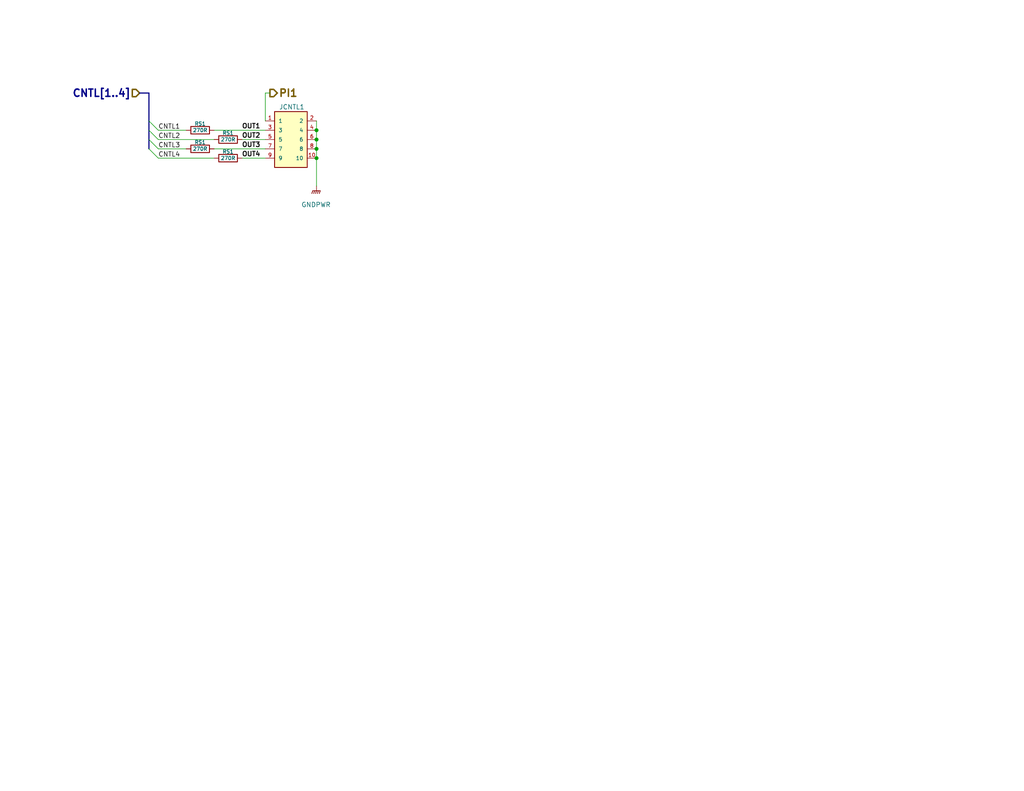
<source format=kicad_sch>
(kicad_sch (version 20230121) (generator eeschema)

  (uuid 8dd3eec2-f0a9-48ba-9fdb-31686bd60e1e)

  (paper "USLetter")

  (title_block
    (title "Pico W 2X SSR Control")
    (date "2023-03-15")
    (rev "0.0.2")
    (company "Michael Cummings")
    (comment 1 "https://ohwr.org/project/cernohl/wikis/Documents/CERN-OHL-version-2")
    (comment 2 "Hardware License: CERN-OHL-W")
    (comment 3 "https://creativecommons.org/licenses/by-sa/4.0/")
    (comment 4 "License: CC By SA 4.0")
  )

  (lib_symbols
    (symbol "Device:R" (pin_numbers hide) (pin_names (offset 0)) (in_bom yes) (on_board yes)
      (property "Reference" "R" (at 2.032 0 90)
        (effects (font (size 1.27 1.27)))
      )
      (property "Value" "R" (at 0 0 90)
        (effects (font (size 1.27 1.27)))
      )
      (property "Footprint" "" (at -1.778 0 90)
        (effects (font (size 1.27 1.27)) hide)
      )
      (property "Datasheet" "~" (at 0 0 0)
        (effects (font (size 1.27 1.27)) hide)
      )
      (property "ki_keywords" "R res resistor" (at 0 0 0)
        (effects (font (size 1.27 1.27)) hide)
      )
      (property "ki_description" "Resistor" (at 0 0 0)
        (effects (font (size 1.27 1.27)) hide)
      )
      (property "ki_fp_filters" "R_*" (at 0 0 0)
        (effects (font (size 1.27 1.27)) hide)
      )
      (symbol "R_0_1"
        (rectangle (start -1.016 -2.54) (end 1.016 2.54)
          (stroke (width 0.254) (type default))
          (fill (type none))
        )
      )
      (symbol "R_1_1"
        (pin passive line (at 0 3.81 270) (length 1.27)
          (name "~" (effects (font (size 1.27 1.27))))
          (number "1" (effects (font (size 1.27 1.27))))
        )
        (pin passive line (at 0 -3.81 90) (length 1.27)
          (name "~" (effects (font (size 1.27 1.27))))
          (number "2" (effects (font (size 1.27 1.27))))
        )
      )
    )
    (symbol "SHF-105-01-L-D-RA_1" (pin_names (offset 1.016)) (in_bom yes) (on_board yes)
      (property "Reference" "JCNTL1" (at 0.254 8.89 0)
        (effects (font (size 1.27 1.27)))
      )
      (property "Value" "SHF-105-01-L-D-RA_1" (at 0 -43.18 0)
        (effects (font (size 1.27 1.27)) (justify left bottom) hide)
      )
      (property "Footprint" "dragon_mobile:SAMTEC_SHF-105-01-L-D-RA" (at 0 -16.51 0)
        (effects (font (size 1.27 1.27)) (justify left bottom) hide)
      )
      (property "Datasheet" "https://www.mouser.com/datasheet/2/527/shf-2854584.pdf" (at 0 -19.05 0)
        (effects (font (size 1.27 1.27)) (justify left bottom) hide)
      )
      (property "Description" "Headers & Wire Housings Shrouded Terminal Strip, 0.050\"(1.27mm) pitch, Pin(Male), Right Angle, IDC; 10 Pos. 2 Rows;" (at 0 -21.59 0)
        (effects (font (size 1.27 1.27)) (justify left bottom) hide)
      )
      (property "MFN" "Samtec" (at 0 -24.13 0)
        (effects (font (size 1.27 1.27)) (justify left bottom) hide)
      )
      (property "MFP" "SHF-105-01-L-D-RA-TR" (at 0 -26.67 0)
        (effects (font (size 1.27 1.27)) (justify left bottom) hide)
      )
      (property "Type" "THT" (at 0 -29.21 0)
        (effects (font (size 1.27 1.27)) (justify left bottom) hide)
      )
      (property "Height (mm)" "5.33" (at 0 -31.75 0)
        (effects (font (size 1.27 1.27)) (justify left bottom) hide)
      )
      (property "Mouser Part Number" "200-SHF10501LDRATR" (at 0 -34.29 0)
        (effects (font (size 1.27 1.27)) (justify left bottom) hide)
      )
      (property "Mouser Price/Stock" "https://www.mouser.com/ProductDetail/Samtec/SHF-105-01-L-D-RA-TR?qs=%252BZP6%2F%252BtExtA3jdVUpsGHlg%3D%3D" (at 0 -36.83 0)
        (effects (font (size 1.27 1.27)) (justify left bottom) hide)
      )
      (property "Package" "Other" (at 0 -44.704 0)
        (effects (font (size 1.27 1.27)) (justify left) hide)
      )
      (property "Characteristics" "Headers & Wire Housings Shrouded Terminal Strip, 0.050\"(1.27mm) pitch, Pin(Male), Right Angle, IDC; 10 Pos. 2 Rows;" (at 0 -39.37 0)
        (effects (font (size 1.27 1.27)) (justify left) hide)
      )
      (property "ki_keywords" "Connector" (at 0 0 0)
        (effects (font (size 1.27 1.27)) hide)
      )
      (property "ki_description" "Shrouded Terminal Strip, 0.050'' pitch, SHF-105-01-L-D-RA" (at 0 0 0)
        (effects (font (size 1.27 1.27)) hide)
      )
      (symbol "SHF-105-01-L-D-RA_1_0_0"
        (rectangle (start -4.445 7.62) (end 4.445 -7.62)
          (stroke (width 0.254) (type default))
          (fill (type background))
        )
        (pin power_out line (at -6.985 5.08 0) (length 2.54)
          (name "1" (effects (font (size 1.016 1.016))))
          (number "1" (effects (font (size 1.016 1.016))))
        )
        (pin passive line (at 6.985 -5.08 180) (length 2.54)
          (name "10" (effects (font (size 1.016 1.016))))
          (number "10" (effects (font (size 1.016 1.016))))
        )
        (pin passive line (at 6.985 5.08 180) (length 2.54)
          (name "2" (effects (font (size 1.016 1.016))))
          (number "2" (effects (font (size 1.016 1.016))))
        )
        (pin passive line (at -6.985 2.54 0) (length 2.54)
          (name "3" (effects (font (size 1.016 1.016))))
          (number "3" (effects (font (size 1.016 1.016))))
        )
        (pin passive line (at 6.985 2.54 180) (length 2.54)
          (name "4" (effects (font (size 1.016 1.016))))
          (number "4" (effects (font (size 1.016 1.016))))
        )
        (pin passive line (at -6.985 0 0) (length 2.54)
          (name "5" (effects (font (size 1.016 1.016))))
          (number "5" (effects (font (size 1.016 1.016))))
        )
        (pin passive line (at 6.985 0 180) (length 2.54)
          (name "6" (effects (font (size 1.016 1.016))))
          (number "6" (effects (font (size 1.016 1.016))))
        )
        (pin passive line (at -6.985 -2.54 0) (length 2.54)
          (name "7" (effects (font (size 1.016 1.016))))
          (number "7" (effects (font (size 1.016 1.016))))
        )
        (pin passive line (at 6.985 -2.54 180) (length 2.54)
          (name "8" (effects (font (size 1.016 1.016))))
          (number "8" (effects (font (size 1.016 1.016))))
        )
        (pin passive line (at -6.985 -5.08 0) (length 2.54)
          (name "9" (effects (font (size 1.016 1.016))))
          (number "9" (effects (font (size 1.016 1.016))))
        )
      )
    )
    (symbol "power:GNDPWR" (power) (pin_names (offset 0)) (in_bom yes) (on_board yes)
      (property "Reference" "#PWR" (at 0 -5.08 0)
        (effects (font (size 1.27 1.27)) hide)
      )
      (property "Value" "GNDPWR" (at 0 -3.302 0)
        (effects (font (size 1.27 1.27)))
      )
      (property "Footprint" "" (at 0 -1.27 0)
        (effects (font (size 1.27 1.27)) hide)
      )
      (property "Datasheet" "" (at 0 -1.27 0)
        (effects (font (size 1.27 1.27)) hide)
      )
      (property "ki_keywords" "global ground" (at 0 0 0)
        (effects (font (size 1.27 1.27)) hide)
      )
      (property "ki_description" "Power symbol creates a global label with name \"GNDPWR\" , global ground" (at 0 0 0)
        (effects (font (size 1.27 1.27)) hide)
      )
      (symbol "GNDPWR_0_1"
        (polyline
          (pts
            (xy 0 -1.27)
            (xy 0 0)
          )
          (stroke (width 0) (type default))
          (fill (type none))
        )
        (polyline
          (pts
            (xy -1.016 -1.27)
            (xy -1.27 -2.032)
            (xy -1.27 -2.032)
          )
          (stroke (width 0.2032) (type default))
          (fill (type none))
        )
        (polyline
          (pts
            (xy -0.508 -1.27)
            (xy -0.762 -2.032)
            (xy -0.762 -2.032)
          )
          (stroke (width 0.2032) (type default))
          (fill (type none))
        )
        (polyline
          (pts
            (xy 0 -1.27)
            (xy -0.254 -2.032)
            (xy -0.254 -2.032)
          )
          (stroke (width 0.2032) (type default))
          (fill (type none))
        )
        (polyline
          (pts
            (xy 0.508 -1.27)
            (xy 0.254 -2.032)
            (xy 0.254 -2.032)
          )
          (stroke (width 0.2032) (type default))
          (fill (type none))
        )
        (polyline
          (pts
            (xy 1.016 -1.27)
            (xy -1.016 -1.27)
            (xy -1.016 -1.27)
          )
          (stroke (width 0.2032) (type default))
          (fill (type none))
        )
        (polyline
          (pts
            (xy 1.016 -1.27)
            (xy 0.762 -2.032)
            (xy 0.762 -2.032)
            (xy 0.762 -2.032)
          )
          (stroke (width 0.2032) (type default))
          (fill (type none))
        )
      )
      (symbol "GNDPWR_1_1"
        (pin power_in line (at 0 0 270) (length 0) hide
          (name "GNDPWR" (effects (font (size 1.27 1.27))))
          (number "1" (effects (font (size 1.27 1.27))))
        )
      )
    )
  )

  (junction (at 86.36 43.18) (diameter 0) (color 0 0 0 0)
    (uuid 0c7033d1-3020-47c7-8857-9d93b004ede0)
  )
  (junction (at 86.36 35.56) (diameter 0) (color 0 0 0 0)
    (uuid 6de4b1bf-6640-4af5-9e8d-50716d9dd0e9)
  )
  (junction (at 86.36 40.64) (diameter 0) (color 0 0 0 0)
    (uuid b4041b8d-46be-456b-abda-a8486bc9ba1b)
  )
  (junction (at 86.36 38.1) (diameter 0) (color 0 0 0 0)
    (uuid ee136081-5b4a-40b8-8400-625ca0addec0)
  )

  (bus_entry (at 40.64 33.02) (size 2.54 2.54)
    (stroke (width 0) (type default))
    (uuid 8f3ea57c-c567-45b9-95fe-78e633ba5894)
  )
  (bus_entry (at 40.64 38.1) (size 2.54 2.54)
    (stroke (width 0) (type default))
    (uuid a2205e3d-4ae2-4de8-91bd-0521e4925666)
  )
  (bus_entry (at 40.64 40.64) (size 2.54 2.54)
    (stroke (width 0) (type default))
    (uuid bc78a38e-c46c-48f2-932c-3e5ee3c6c433)
  )
  (bus_entry (at 40.64 35.56) (size 2.54 2.54)
    (stroke (width 0) (type default))
    (uuid ed586ecb-2904-412e-b27b-68a0d6569624)
  )

  (wire (pts (xy 43.18 38.1) (xy 58.42 38.1))
    (stroke (width 0) (type default))
    (uuid 0d5e0895-884e-4791-8f35-71d9ceaa31dd)
  )
  (bus (pts (xy 40.64 33.02) (xy 40.64 35.56))
    (stroke (width 0) (type default))
    (uuid 2938f453-5c61-4769-bae3-16fe9e70b902)
  )

  (wire (pts (xy 86.36 40.64) (xy 86.36 43.18))
    (stroke (width 0) (type default))
    (uuid 343bcf78-1049-492c-8bbb-f1499b3e8108)
  )
  (wire (pts (xy 58.42 35.56) (xy 72.39 35.56))
    (stroke (width 0) (type default))
    (uuid 3b081866-72b7-4535-a8a4-606c626ee875)
  )
  (wire (pts (xy 43.18 35.56) (xy 50.8 35.56))
    (stroke (width 0) (type default))
    (uuid 3ce7ed7e-3de2-4f78-9f41-b154576d2ef5)
  )
  (wire (pts (xy 66.04 38.1) (xy 72.39 38.1))
    (stroke (width 0) (type default))
    (uuid 781f0f21-b52d-46a2-a43e-5e4b181eb042)
  )
  (wire (pts (xy 58.42 40.64) (xy 72.39 40.64))
    (stroke (width 0) (type default))
    (uuid 85b13d2c-eb8d-4d5a-a870-4c1eca3b2959)
  )
  (wire (pts (xy 66.04 43.18) (xy 72.39 43.18))
    (stroke (width 0) (type default))
    (uuid 8cceaf14-17d3-495f-9a18-96be44d008e5)
  )
  (wire (pts (xy 43.18 40.64) (xy 50.8 40.64))
    (stroke (width 0) (type default))
    (uuid 9bb6e0df-1469-49c6-b79e-7b39abf4a640)
  )
  (wire (pts (xy 72.39 25.4) (xy 73.66 25.4))
    (stroke (width 0) (type default))
    (uuid b5e58ba1-cc02-4102-b030-5198f5e9702b)
  )
  (bus (pts (xy 40.64 25.4) (xy 40.64 33.02))
    (stroke (width 0) (type default))
    (uuid b9b1ad50-e811-4d51-a798-4a1afac36820)
  )

  (wire (pts (xy 72.39 33.02) (xy 72.39 25.4))
    (stroke (width 0) (type default))
    (uuid bc4da8bd-8f4f-4dcb-8cad-e64b023bd8aa)
  )
  (bus (pts (xy 40.64 35.56) (xy 40.64 38.1))
    (stroke (width 0) (type default))
    (uuid bd1fc8a4-f29f-443e-b8f5-6f7091c36fd9)
  )

  (wire (pts (xy 86.36 33.02) (xy 86.36 35.56))
    (stroke (width 0) (type default))
    (uuid c1672011-efa3-4505-b0dd-581f2e4a78b2)
  )
  (wire (pts (xy 86.36 38.1) (xy 86.36 40.64))
    (stroke (width 0) (type default))
    (uuid c3c72d81-5499-45a8-8ece-bccac5ab43d7)
  )
  (wire (pts (xy 86.36 35.56) (xy 86.36 38.1))
    (stroke (width 0) (type default))
    (uuid cbe874be-d726-4633-9d77-3b50338527be)
  )
  (wire (pts (xy 43.18 43.18) (xy 58.42 43.18))
    (stroke (width 0) (type default))
    (uuid d2794c70-bee7-4d9f-a550-abe0ba8f11b4)
  )
  (bus (pts (xy 40.64 38.1) (xy 40.64 40.64))
    (stroke (width 0) (type default))
    (uuid e581b6e6-b9bd-4036-9cfa-f6266179a216)
  )

  (wire (pts (xy 86.36 43.18) (xy 86.36 50.8))
    (stroke (width 0) (type default))
    (uuid e86cc698-3a91-44fc-b0eb-b7ddf260f922)
  )
  (bus (pts (xy 38.1 25.4) (xy 40.64 25.4))
    (stroke (width 0) (type default))
    (uuid ffa36632-5257-40e2-a1b3-f66e5441f217)
  )

  (text "${SHEETNAME}" (at 12.7 17.78 0)
    (effects (font (size 4 4) bold) (justify left bottom))
    (uuid a68fdee6-7f12-4cc6-a657-b6a6f654b0a5)
  )

  (label "OUT4" (at 71.12 43.18 180) (fields_autoplaced)
    (effects (font (size 1.27 1.27) bold) (justify right bottom))
    (uuid 08b189aa-533b-4ed9-ab8a-5f0d9b9798b5)
  )
  (label "OUT1" (at 71.12 35.56 180) (fields_autoplaced)
    (effects (font (size 1.27 1.27) bold) (justify right bottom))
    (uuid 350f4547-ee91-4f52-9771-9a02b9fa4879)
  )
  (label "CNTL4" (at 43.18 43.18 0) (fields_autoplaced)
    (effects (font (size 1.27 1.27)) (justify left bottom))
    (uuid 3fd7bef4-8c3a-4a79-a947-9c0b4e105f42)
  )
  (label "OUT3" (at 71.12 40.64 180) (fields_autoplaced)
    (effects (font (size 1.27 1.27) bold) (justify right bottom))
    (uuid 482561f0-0140-45a9-9682-fa9b73a719a8)
  )
  (label "CNTL2" (at 43.18 38.1 0) (fields_autoplaced)
    (effects (font (size 1.27 1.27)) (justify left bottom))
    (uuid 5f9a6d88-84d6-4360-8be9-ca3f8bc87ebe)
  )
  (label "CNTL1" (at 43.18 35.56 0) (fields_autoplaced)
    (effects (font (size 1.27 1.27)) (justify left bottom))
    (uuid 84ce2914-2f71-4f8c-ae57-6127c1b7e445)
  )
  (label "CNTL3" (at 43.18 40.64 0) (fields_autoplaced)
    (effects (font (size 1.27 1.27)) (justify left bottom))
    (uuid c9cfbb86-1c1d-4466-aff8-8f96acaec7aa)
  )
  (label "OUT2" (at 71.12 38.1 180) (fields_autoplaced)
    (effects (font (size 1.27 1.27) bold) (justify right bottom))
    (uuid e599a975-8911-4811-8126-78d6c40343f8)
  )

  (hierarchical_label "CNTL[1..4]" (shape input) (at 38.1 25.4 180) (fields_autoplaced)
    (effects (font (size 2 2) bold) (justify right))
    (uuid 3845425e-0d35-44b8-bc43-9d76a5c4e6aa)
  )
  (hierarchical_label "PI1" (shape output) (at 73.66 25.4 0) (fields_autoplaced)
    (effects (font (size 2 2) bold) (justify left))
    (uuid f11630b4-dc88-43ab-a81c-8fb943f45623)
  )

  (symbol (lib_id "Device:R") (at 62.23 43.18 90) (mirror x) (unit 1)
    (in_bom yes) (on_board yes) (dnp no)
    (uuid 44deb7f3-332f-4b8f-a13d-84992c180a14)
    (property "Reference" "RS1" (at 62.23 41.402 90)
      (effects (font (size 1 1)))
    )
    (property "Value" "270R" (at 62.23 43.18 90)
      (effects (font (size 1 1)))
    )
    (property "Footprint" "Resistor_SMD:R_0603_1608Metric" (at 62.23 41.402 90)
      (effects (font (size 1.27 1.27)) hide)
    )
    (property "Datasheet" "https://www.mouser.com/datasheet/2/348/ROHM_S_A0011096274_1-2563284.pdf" (at 62.23 43.18 0)
      (effects (font (size 1.27 1.27)) hide)
    )
    (property "Description" "270Ohms; 300mW; SMD (0603) 5% Anti Surge AEC-Q200" (at 62.23 43.18 0)
      (effects (font (size 1.27 1.27)) hide)
    )
    (property "Package" "0603" (at 62.23 43.18 0)
      (effects (font (size 1.27 1.27)) hide)
    )
    (property "Type" "SMD" (at 62.23 43.18 0)
      (effects (font (size 1.27 1.27)) hide)
    )
    (property "Characteristics" "270Ohms; 300mW; SMD (0603) 5% Anti Surge AEC-Q200" (at 62.23 43.18 0)
      (effects (font (size 1.27 1.27)) hide)
    )
    (property "MFN" "ROHM Semiconductor" (at 62.23 43.18 0)
      (effects (font (size 1.27 1.27)) hide)
    )
    (property "MFP" "SDR03EZPJ271" (at 62.23 43.18 0)
      (effects (font (size 1.27 1.27)) hide)
    )
    (property "Mouser Part Number" "755-SDR03EZPJ271" (at 62.23 43.18 0)
      (effects (font (size 1.27 1.27)) hide)
    )
    (property "Mouser Price/Stock" "https://www.mouser.com/ProductDetail/ROHM-Semiconductor/SDR03EZPJ271?qs=byeeYqUIh0MS4rgfOqr31Q%3D%3D" (at 62.23 43.18 0)
      (effects (font (size 1.27 1.27)) hide)
    )
    (property "Height (mm)" "0.45" (at 62.23 43.18 0)
      (effects (font (size 1.27 1.27)) hide)
    )
    (pin "1" (uuid 87ba89e8-df61-4b48-b637-efae48389863))
    (pin "2" (uuid a51c0fdc-d62d-458e-80b0-cac6ef50173c))
    (instances
      (project "picow_ssr_control"
        (path "/04b3a773-2568-4dd5-b3b9-f3130861ac39/9a31bd8a-9f6c-42a4-99bd-41703d57702f"
          (reference "RS1") (unit 1)
        )
      )
      (project "picow_2x_ssr_control"
        (path "/f6e5fabc-8c1a-4af2-9249-71e11b201fe5/b030494e-edcd-426b-bd17-96113362cfcc"
          (reference "RS4") (unit 1)
        )
      )
    )
  )

  (symbol (lib_id "Device:R") (at 54.61 35.56 90) (mirror x) (unit 1)
    (in_bom yes) (on_board yes) (dnp no)
    (uuid 8c92e63a-0e1c-4024-8b08-0de9733d9ea2)
    (property "Reference" "RS1" (at 54.61 33.782 90)
      (effects (font (size 1 1)))
    )
    (property "Value" "270R" (at 54.61 35.56 90)
      (effects (font (size 1 1)))
    )
    (property "Footprint" "Resistor_SMD:R_0603_1608Metric" (at 54.61 33.782 90)
      (effects (font (size 1.27 1.27)) hide)
    )
    (property "Datasheet" "https://www.mouser.com/datasheet/2/348/ROHM_S_A0011096274_1-2563284.pdf" (at 54.61 35.56 0)
      (effects (font (size 1.27 1.27)) hide)
    )
    (property "Description" "270Ohms; 300mW; SMD (0603) 5% Anti Surge AEC-Q200" (at 54.61 35.56 0)
      (effects (font (size 1.27 1.27)) hide)
    )
    (property "Package" "0603" (at 54.61 35.56 0)
      (effects (font (size 1.27 1.27)) hide)
    )
    (property "Type" "SMD" (at 54.61 35.56 0)
      (effects (font (size 1.27 1.27)) hide)
    )
    (property "Characteristics" "270Ohms; 300mW; SMD (0603) 5% Anti Surge AEC-Q200" (at 54.61 35.56 0)
      (effects (font (size 1.27 1.27)) hide)
    )
    (property "MFN" "ROHM Semiconductor" (at 54.61 35.56 0)
      (effects (font (size 1.27 1.27)) hide)
    )
    (property "MFP" "SDR03EZPJ271" (at 54.61 35.56 0)
      (effects (font (size 1.27 1.27)) hide)
    )
    (property "Mouser Part Number" "755-SDR03EZPJ271" (at 54.61 35.56 0)
      (effects (font (size 1.27 1.27)) hide)
    )
    (property "Mouser Price/Stock" "https://www.mouser.com/ProductDetail/ROHM-Semiconductor/SDR03EZPJ271?qs=byeeYqUIh0MS4rgfOqr31Q%3D%3D" (at 54.61 35.56 0)
      (effects (font (size 1.27 1.27)) hide)
    )
    (property "Height (mm)" "0.45" (at 54.61 35.56 0)
      (effects (font (size 1.27 1.27)) hide)
    )
    (pin "1" (uuid 54b82614-d5cb-4002-9dd0-0dfd3ecc68ec))
    (pin "2" (uuid d15024b3-1efb-46fb-8dad-ec7b57090b6b))
    (instances
      (project "picow_ssr_control"
        (path "/04b3a773-2568-4dd5-b3b9-f3130861ac39/9a31bd8a-9f6c-42a4-99bd-41703d57702f"
          (reference "RS1") (unit 1)
        )
      )
      (project "picow_2x_ssr_control"
        (path "/f6e5fabc-8c1a-4af2-9249-71e11b201fe5/b030494e-edcd-426b-bd17-96113362cfcc"
          (reference "RS1") (unit 1)
        )
      )
    )
  )

  (symbol (lib_name "SHF-105-01-L-D-RA_1") (lib_id "dragon_mobile:SHF-105-01-L-D-RA") (at 79.375 38.1 0) (unit 1)
    (in_bom yes) (on_board yes) (dnp no)
    (uuid 947567c2-ba4c-43ca-a193-f9308788ae7d)
    (property "Reference" "JCNTL1" (at 79.629 29.21 0)
      (effects (font (size 1.27 1.27)))
    )
    (property "Value" "SHF-105-01-L-D-RA" (at 79.375 81.28 0)
      (effects (font (size 1.27 1.27)) (justify left bottom) hide)
    )
    (property "Footprint" "dragon_mobile:SAMTEC_SHF-105-01-L-D-RA" (at 79.375 54.61 0)
      (effects (font (size 1.27 1.27)) (justify left bottom) hide)
    )
    (property "Datasheet" "https://www.mouser.com/datasheet/2/527/shf-2854584.pdf" (at 79.375 57.15 0)
      (effects (font (size 1.27 1.27)) (justify left bottom) hide)
    )
    (property "Description" "Headers & Wire Housings Shrouded Terminal Strip, 0.050\"(1.27mm) pitch, Pin(Male), Right Angle, IDC; 10 Pos. 2 Rows;" (at 79.375 59.69 0)
      (effects (font (size 1.27 1.27)) (justify left bottom) hide)
    )
    (property "MFN" "Samtec" (at 79.375 62.23 0)
      (effects (font (size 1.27 1.27)) (justify left bottom) hide)
    )
    (property "MFP" "SHF-105-01-L-D-RA-TR" (at 79.375 64.77 0)
      (effects (font (size 1.27 1.27)) (justify left bottom) hide)
    )
    (property "Type" "THT" (at 79.375 67.31 0)
      (effects (font (size 1.27 1.27)) (justify left bottom) hide)
    )
    (property "Height (mm)" "5.33" (at 79.375 69.85 0)
      (effects (font (size 1.27 1.27)) (justify left bottom) hide)
    )
    (property "Mouser Part Number" "200-SHF10501LDRATR" (at 79.375 72.39 0)
      (effects (font (size 1.27 1.27)) (justify left bottom) hide)
    )
    (property "Mouser Price/Stock" "https://www.mouser.com/ProductDetail/Samtec/SHF-105-01-L-D-RA-TR?qs=%252BZP6%2F%252BtExtA3jdVUpsGHlg%3D%3D" (at 79.375 74.93 0)
      (effects (font (size 1.27 1.27)) (justify left bottom) hide)
    )
    (property "Package" "Other" (at 79.375 82.804 0)
      (effects (font (size 1.27 1.27)) (justify left) hide)
    )
    (property "Characteristics" "Headers & Wire Housings Shrouded Terminal Strip, 0.050\"(1.27mm) pitch, Pin(Male), Right Angle, IDC; 10 Pos. 2 Rows;" (at 79.375 77.47 0)
      (effects (font (size 1.27 1.27)) (justify left) hide)
    )
    (property "Your Instructions/Notes" "" (at 79.375 38.1 0)
      (effects (font (size 1.27 1.27)) hide)
    )
    (pin "1" (uuid 9be18ac6-0dfb-4fe4-8407-c91251814f54))
    (pin "10" (uuid a0945cfa-bb89-4e47-a230-f8b6fa50df32))
    (pin "2" (uuid 70baecce-2793-447b-a1d4-5f896f1e0950))
    (pin "3" (uuid 85649814-05ec-4eff-b7e5-7276cbea9a66))
    (pin "4" (uuid aeaf6df6-ccd9-4188-bbaf-89513dc49146))
    (pin "5" (uuid cc47e779-9a74-4688-a900-f2d9bda257f1))
    (pin "6" (uuid 0a9e9c71-b659-4f15-a4d0-cdb8ff6b4abf))
    (pin "7" (uuid 80760627-de75-456e-b667-aeeadce8ed95))
    (pin "8" (uuid 476d994e-84cd-49e7-ac38-0a1418243da1))
    (pin "9" (uuid d51ebeaf-eb1a-4ac0-98a4-87d51d6ae6d4))
    (instances
      (project "picow_ssr_control"
        (path "/04b3a773-2568-4dd5-b3b9-f3130861ac39/9a31bd8a-9f6c-42a4-99bd-41703d57702f"
          (reference "JCNTL1") (unit 1)
        )
      )
      (project "picow_2x_ssr_control"
        (path "/f6e5fabc-8c1a-4af2-9249-71e11b201fe5/b030494e-edcd-426b-bd17-96113362cfcc"
          (reference "JCTL1") (unit 1)
        )
      )
    )
  )

  (symbol (lib_id "power:GNDPWR") (at 86.36 50.8 0) (unit 1)
    (in_bom yes) (on_board yes) (dnp no) (fields_autoplaced)
    (uuid c67066a4-020a-4630-b61d-f9c169d9d8b5)
    (property "Reference" "#PWR020" (at 86.36 55.88 0)
      (effects (font (size 1.27 1.27)) hide)
    )
    (property "Value" "GNDPWR" (at 86.233 55.88 0)
      (effects (font (size 1.27 1.27)))
    )
    (property "Footprint" "" (at 86.36 52.07 0)
      (effects (font (size 1.27 1.27)) hide)
    )
    (property "Datasheet" "" (at 86.36 52.07 0)
      (effects (font (size 1.27 1.27)) hide)
    )
    (pin "1" (uuid c67a5725-548a-4b80-affd-420c20bba182))
    (instances
      (project "picow_2x_ssr_control"
        (path "/f6e5fabc-8c1a-4af2-9249-71e11b201fe5/b030494e-edcd-426b-bd17-96113362cfcc"
          (reference "#PWR020") (unit 1)
        )
      )
    )
  )

  (symbol (lib_id "Device:R") (at 54.61 40.64 90) (mirror x) (unit 1)
    (in_bom yes) (on_board yes) (dnp no)
    (uuid d8fc6bfd-e8b7-4488-9bee-512cfb1ab2ae)
    (property "Reference" "RS1" (at 54.61 38.862 90)
      (effects (font (size 1 1)))
    )
    (property "Value" "270R" (at 54.61 40.64 90)
      (effects (font (size 1 1)))
    )
    (property "Footprint" "Resistor_SMD:R_0603_1608Metric" (at 54.61 38.862 90)
      (effects (font (size 1.27 1.27)) hide)
    )
    (property "Datasheet" "https://www.mouser.com/datasheet/2/348/ROHM_S_A0011096274_1-2563284.pdf" (at 54.61 40.64 0)
      (effects (font (size 1.27 1.27)) hide)
    )
    (property "Description" "270Ohms; 300mW; SMD (0603) 5% Anti Surge AEC-Q200" (at 54.61 40.64 0)
      (effects (font (size 1.27 1.27)) hide)
    )
    (property "Package" "0603" (at 54.61 40.64 0)
      (effects (font (size 1.27 1.27)) hide)
    )
    (property "Type" "SMD" (at 54.61 40.64 0)
      (effects (font (size 1.27 1.27)) hide)
    )
    (property "Characteristics" "270Ohms; 300mW; SMD (0603) 5% Anti Surge AEC-Q200" (at 54.61 40.64 0)
      (effects (font (size 1.27 1.27)) hide)
    )
    (property "MFN" "ROHM Semiconductor" (at 54.61 40.64 0)
      (effects (font (size 1.27 1.27)) hide)
    )
    (property "MFP" "SDR03EZPJ271" (at 54.61 40.64 0)
      (effects (font (size 1.27 1.27)) hide)
    )
    (property "Mouser Part Number" "755-SDR03EZPJ271" (at 54.61 40.64 0)
      (effects (font (size 1.27 1.27)) hide)
    )
    (property "Mouser Price/Stock" "https://www.mouser.com/ProductDetail/ROHM-Semiconductor/SDR03EZPJ271?qs=byeeYqUIh0MS4rgfOqr31Q%3D%3D" (at 54.61 40.64 0)
      (effects (font (size 1.27 1.27)) hide)
    )
    (property "Height (mm)" "0.45" (at 54.61 40.64 0)
      (effects (font (size 1.27 1.27)) hide)
    )
    (pin "1" (uuid 1e128fe1-65f7-4c82-a8f4-9979ab804dfd))
    (pin "2" (uuid e49d037b-c16e-4501-97d4-59bb87ebc6cd))
    (instances
      (project "picow_ssr_control"
        (path "/04b3a773-2568-4dd5-b3b9-f3130861ac39/9a31bd8a-9f6c-42a4-99bd-41703d57702f"
          (reference "RS1") (unit 1)
        )
      )
      (project "picow_2x_ssr_control"
        (path "/f6e5fabc-8c1a-4af2-9249-71e11b201fe5/b030494e-edcd-426b-bd17-96113362cfcc"
          (reference "RS3") (unit 1)
        )
      )
    )
  )

  (symbol (lib_id "Device:R") (at 62.23 38.1 90) (mirror x) (unit 1)
    (in_bom yes) (on_board yes) (dnp no)
    (uuid e378bfe1-404b-492c-8d0b-1d63a476c800)
    (property "Reference" "RS1" (at 62.23 36.322 90)
      (effects (font (size 1 1)))
    )
    (property "Value" "270R" (at 62.23 38.1 90)
      (effects (font (size 1 1)))
    )
    (property "Footprint" "Resistor_SMD:R_0603_1608Metric" (at 62.23 36.322 90)
      (effects (font (size 1.27 1.27)) hide)
    )
    (property "Datasheet" "https://www.mouser.com/datasheet/2/348/ROHM_S_A0011096274_1-2563284.pdf" (at 62.23 38.1 0)
      (effects (font (size 1.27 1.27)) hide)
    )
    (property "Description" "270Ohms; 300mW; SMD (0603) 5% Anti Surge AEC-Q200" (at 62.23 38.1 0)
      (effects (font (size 1.27 1.27)) hide)
    )
    (property "Package" "0603" (at 62.23 38.1 0)
      (effects (font (size 1.27 1.27)) hide)
    )
    (property "Type" "SMD" (at 62.23 38.1 0)
      (effects (font (size 1.27 1.27)) hide)
    )
    (property "Characteristics" "270Ohms; 300mW; SMD (0603) 5% Anti Surge AEC-Q200" (at 62.23 38.1 0)
      (effects (font (size 1.27 1.27)) hide)
    )
    (property "MFN" "ROHM Semiconductor" (at 62.23 38.1 0)
      (effects (font (size 1.27 1.27)) hide)
    )
    (property "MFP" "SDR03EZPJ271" (at 62.23 38.1 0)
      (effects (font (size 1.27 1.27)) hide)
    )
    (property "Mouser Part Number" "755-SDR03EZPJ271" (at 62.23 38.1 0)
      (effects (font (size 1.27 1.27)) hide)
    )
    (property "Mouser Price/Stock" "https://www.mouser.com/ProductDetail/ROHM-Semiconductor/SDR03EZPJ271?qs=byeeYqUIh0MS4rgfOqr31Q%3D%3D" (at 62.23 38.1 0)
      (effects (font (size 1.27 1.27)) hide)
    )
    (property "Height (mm)" "0.45" (at 62.23 38.1 0)
      (effects (font (size 1.27 1.27)) hide)
    )
    (pin "1" (uuid 2ec79dfc-a5f6-48b1-98ab-697055dad515))
    (pin "2" (uuid de107630-873d-46fa-af1d-88b9043145ea))
    (instances
      (project "picow_ssr_control"
        (path "/04b3a773-2568-4dd5-b3b9-f3130861ac39/9a31bd8a-9f6c-42a4-99bd-41703d57702f"
          (reference "RS1") (unit 1)
        )
      )
      (project "picow_2x_ssr_control"
        (path "/f6e5fabc-8c1a-4af2-9249-71e11b201fe5/b030494e-edcd-426b-bd17-96113362cfcc"
          (reference "RS2") (unit 1)
        )
      )
    )
  )
)

</source>
